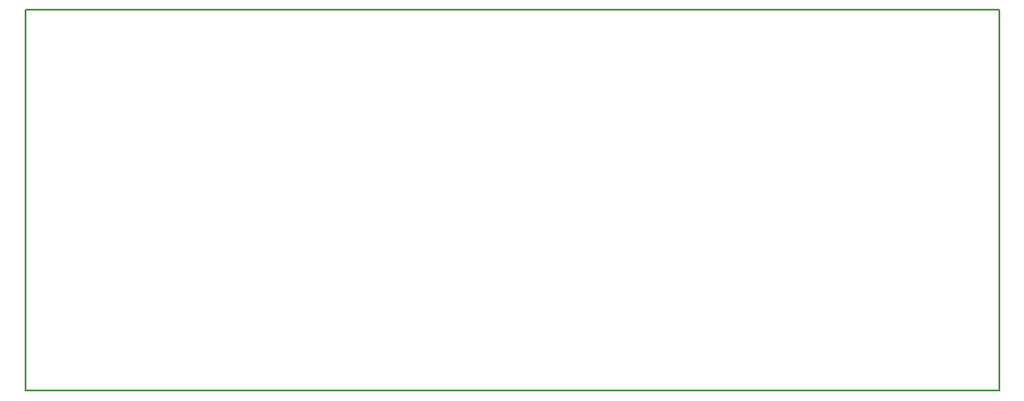
<source format=gbr>
G04 DipTrace 3.2.0.1*
G04 BoardOutline.gbr*
%MOMM*%
G04 #@! TF.FileFunction,Profile*
G04 #@! TF.Part,Single*
%ADD11C,0.14*%
%FSLAX35Y35*%
G04*
G71*
G90*
G75*
G01*
G04 BoardOutline*
%LPD*%
X1000000Y1000000D2*
D11*
Y4667510D1*
X10367233D1*
Y1000000D1*
X1000000D1*
M02*

</source>
